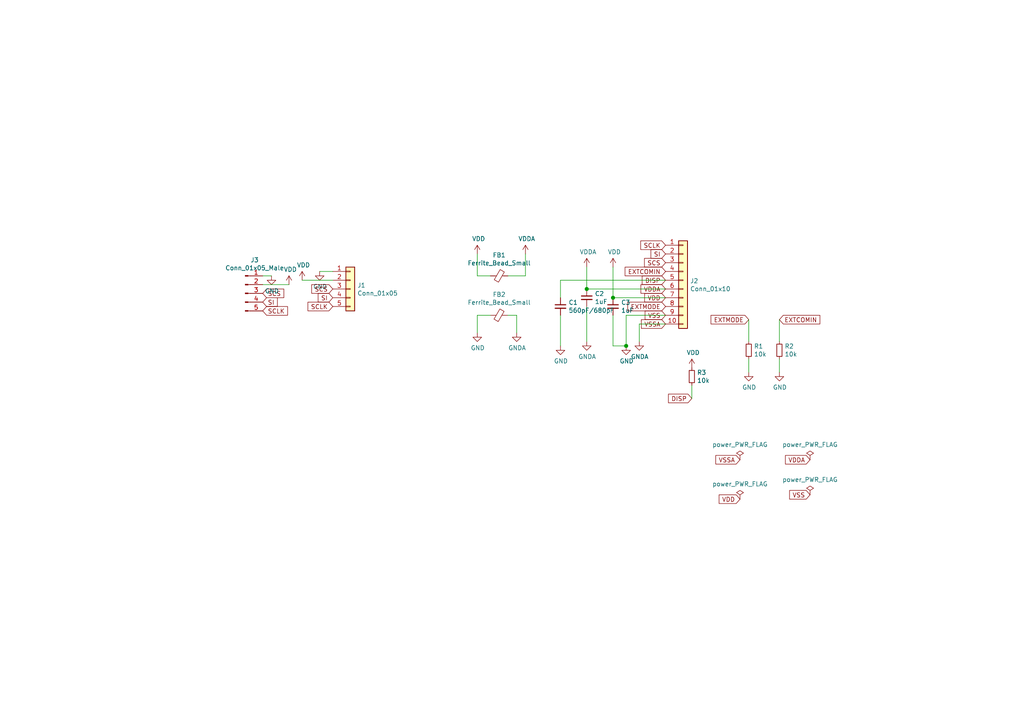
<source format=kicad_sch>
(kicad_sch (version 20211123) (generator eeschema)
  (paper "A4")
  (lib_symbols
    (symbol "Connector:Conn_01x05_Male" (pin_names (offset 1.016) hide)
      (property "Reference" "J" (at 0 7.62 0))
      (property "Value" "Conn_01x05_Male" (at 0 -7.62 0))
      (symbol "Conn_01x05_Male_1_1"
        (polyline (pts (xy 1.27 -5.08) (xy 0.8636 -5.08)) (stroke (width 0.1524)))
        (polyline (pts (xy 1.27 -2.54) (xy 0.8636 -2.54)) (stroke (width 0.1524)))
        (polyline (pts (xy 1.27 0) (xy 0.8636 0)) (stroke (width 0.1524)))
        (polyline (pts (xy 1.27 2.54) (xy 0.8636 2.54)) (stroke (width 0.1524)))
        (polyline (pts (xy 1.27 5.08) (xy 0.8636 5.08)) (stroke (width 0.1524)))
        (rectangle (start 0.8636 -4.953) (end 0 -5.207) (stroke (width 0.1524)) (fill (type outline)))
        (rectangle (start 0.8636 -2.413) (end 0 -2.667) (stroke (width 0.1524)) (fill (type outline)))
        (rectangle (start 0.8636 0.127) (end 0 -0.127) (stroke (width 0.1524)) (fill (type outline)))
        (rectangle (start 0.8636 2.667) (end 0 2.413) (stroke (width 0.1524)) (fill (type outline)))
        (rectangle (start 0.8636 5.207) (end 0 4.953) (stroke (width 0.1524)) (fill (type outline)))
        (pin passive line (at 5.08 5.08 180) (length 3.81) (name "Pin_1") (number "1"))
        (pin passive line (at 5.08 2.54 180) (length 3.81) (name "Pin_2") (number "2"))
        (pin passive line (at 5.08 0 180) (length 3.81) (name "Pin_3") (number "3"))
        (pin passive line (at 5.08 -2.54 180) (length 3.81) (name "Pin_4") (number "4"))
        (pin passive line (at 5.08 -5.08 180) (length 3.81) (name "Pin_5") (number "5"))
      )
    )
    (symbol "Connector_Generic:Conn_01x05" (pin_names (offset 1.016) hide)
      (property "Reference" "J" (at 0 7.62 0))
      (property "Value" "Conn_01x05" (at 0 -7.62 0))
      (symbol "Conn_01x05_1_1"
        (rectangle (start -1.27 -4.953) (end 0 -5.207) (stroke (width 0.1524)))
        (rectangle (start -1.27 -2.413) (end 0 -2.667) (stroke (width 0.1524)))
        (rectangle (start -1.27 0.127) (end 0 -0.127) (stroke (width 0.1524)))
        (rectangle (start -1.27 2.667) (end 0 2.413) (stroke (width 0.1524)))
        (rectangle (start -1.27 5.207) (end 0 4.953) (stroke (width 0.1524)))
        (rectangle (start -1.27 6.35) (end 1.27 -6.35) (stroke (width 0.254)) (fill (type background)))
        (pin passive line (at -5.08 5.08 0) (length 3.81) (name "Pin_1") (number "1"))
        (pin passive line (at -5.08 2.54 0) (length 3.81) (name "Pin_2") (number "2"))
        (pin passive line (at -5.08 0 0) (length 3.81) (name "Pin_3") (number "3"))
        (pin passive line (at -5.08 -2.54 0) (length 3.81) (name "Pin_4") (number "4"))
        (pin passive line (at -5.08 -5.08 0) (length 3.81) (name "Pin_5") (number "5"))
      )
    )
    (symbol "Connector_Generic:Conn_01x10" (pin_names (offset 1.016) hide)
      (property "Reference" "J" (at 0 12.7 0))
      (property "Value" "Conn_01x10" (at 0 -15.24 0))
      (symbol "Conn_01x10_1_1"
        (rectangle (start -1.27 -12.573) (end 0 -12.827) (stroke (width 0.1524)))
        (rectangle (start -1.27 -10.033) (end 0 -10.287) (stroke (width 0.1524)))
        (rectangle (start -1.27 -7.493) (end 0 -7.747) (stroke (width 0.1524)))
        (rectangle (start -1.27 -4.953) (end 0 -5.207) (stroke (width 0.1524)))
        (rectangle (start -1.27 -2.413) (end 0 -2.667) (stroke (width 0.1524)))
        (rectangle (start -1.27 0.127) (end 0 -0.127) (stroke (width 0.1524)))
        (rectangle (start -1.27 2.667) (end 0 2.413) (stroke (width 0.1524)))
        (rectangle (start -1.27 5.207) (end 0 4.953) (stroke (width 0.1524)))
        (rectangle (start -1.27 7.747) (end 0 7.493) (stroke (width 0.1524)))
        (rectangle (start -1.27 10.287) (end 0 10.033) (stroke (width 0.1524)))
        (rectangle (start -1.27 11.43) (end 1.27 -13.97) (stroke (width 0.254)) (fill (type background)))
        (pin passive line (at -5.08 10.16 0) (length 3.81) (name "Pin_1") (number "1"))
        (pin passive line (at -5.08 -12.7 0) (length 3.81) (name "Pin_10") (number "10"))
        (pin passive line (at -5.08 7.62 0) (length 3.81) (name "Pin_2") (number "2"))
        (pin passive line (at -5.08 5.08 0) (length 3.81) (name "Pin_3") (number "3"))
        (pin passive line (at -5.08 2.54 0) (length 3.81) (name "Pin_4") (number "4"))
        (pin passive line (at -5.08 0 0) (length 3.81) (name "Pin_5") (number "5"))
        (pin passive line (at -5.08 -2.54 0) (length 3.81) (name "Pin_6") (number "6"))
        (pin passive line (at -5.08 -5.08 0) (length 3.81) (name "Pin_7") (number "7"))
        (pin passive line (at -5.08 -7.62 0) (length 3.81) (name "Pin_8") (number "8"))
        (pin passive line (at -5.08 -10.16 0) (length 3.81) (name "Pin_9") (number "9"))
      )
    )
    (symbol "Device:C_Small" (pin_numbers hide) (pin_names (offset 0.254) hide)
      (property "Reference" "C" (at 0.254 1.778 0))
      (property "Value" "C_Small" (at 0.254 -2.032 0))
      (symbol "C_Small_0_1"
        (polyline (pts (xy -1.524 -0.508) (xy 1.524 -0.508)) (stroke (width 0.3302)))
        (polyline (pts (xy -1.524 0.508) (xy 1.524 0.508)) (stroke (width 0.3048)))
      )
      (symbol "C_Small_1_1"
        (pin passive line (at 0 2.54 270) (length 2.032) (name "~") (number "1"))
        (pin passive line (at 0 -2.54 90) (length 2.032) (name "~") (number "2"))
      )
    )
    (symbol "Device:R_Small" (pin_numbers hide) (pin_names (offset 0.254) hide)
      (property "Reference" "R" (at 0.762 0.508 0))
      (property "Value" "R_Small" (at 0.762 -1.016 0))
      (symbol "R_Small_0_1"
        (rectangle (start -0.762 1.778) (end 0.762 -1.778) (stroke (width 0.2032)))
      )
      (symbol "R_Small_1_1"
        (pin passive line (at 0 2.54 270) (length 0.762) (name "~") (number "1"))
        (pin passive line (at 0 -2.54 90) (length 0.762) (name "~") (number "2"))
      )
    )
    (symbol "power:GND" (power) (pin_names (offset 0))
      (property "Value" "GND" (at 0 -3.81 0))
      (symbol "GND_0_1"
        (polyline (pts (xy 0 0) (xy 0 -1.27) (xy 1.27 -1.27) (xy 0 -2.54) (xy -1.27 -1.27) (xy 0 -1.27)))
      )
      (symbol "GND_1_1"
        (pin power_in line (at 0 0 270) (length 0) hide (name "GND") (number "1"))
      )
    )
    (symbol "power:GNDA" (power) (pin_names (offset 0))
      (property "Value" "GNDA" (at 0 -3.81 0))
      (symbol "GNDA_0_1"
        (polyline (pts (xy 0 0) (xy 0 -1.27) (xy 1.27 -1.27) (xy 0 -2.54) (xy -1.27 -1.27) (xy 0 -1.27)))
      )
      (symbol "GNDA_1_1"
        (pin power_in line (at 0 0 270) (length 0) hide (name "GNDA") (number "1"))
      )
    )
    (symbol "power:VDD" (power) (pin_names (offset 0))
      (property "Value" "VDD" (at 0 3.81 0))
      (symbol "VDD_0_1"
        (polyline (pts (xy -0.762 1.27) (xy 0 2.54)))
        (polyline (pts (xy 0 0) (xy 0 2.54)))
        (polyline (pts (xy 0 2.54) (xy 0.762 1.27)))
      )
      (symbol "VDD_1_1"
        (pin power_in line (at 0 0 90) (length 0) hide (name "VDD") (number "1"))
      )
    )
    (symbol "power:VDDA" (power) (pin_names (offset 0))
      (property "Value" "VDDA" (at 0 3.81 0))
      (symbol "VDDA_0_1"
        (polyline (pts (xy -0.762 1.27) (xy 0 2.54)))
        (polyline (pts (xy 0 0) (xy 0 2.54)))
        (polyline (pts (xy 0 2.54) (xy 0.762 1.27)))
      )
      (symbol "VDDA_1_1"
        (pin power_in line (at 0 0 90) (length 0) hide (name "VDDA") (number "1"))
      )
    )
    (symbol "sharp_memory_display-rescue:Ferrite_Bead_Small-Device" (pin_numbers hide) (pin_names (offset 0))
      (property "Reference" "FB" (at 1.905 1.27 0))
      (property "Value" "Ferrite_Bead_Small-Device" (at 1.905 -1.27 0))
      (symbol "Ferrite_Bead_Small-Device_0_1"
        (polyline (pts (xy 0 -1.27) (xy 0 -0.7874)))
        (polyline (pts (xy 0 0.889) (xy 0 1.2954)))
        (polyline (pts (xy -1.8288 0.2794) (xy -1.1176 1.4986) (xy 1.8288 -0.2032) (xy 1.1176 -1.4224) (xy -1.8288 0.2794)))
      )
      (symbol "Ferrite_Bead_Small-Device_1_1"
        (pin passive line (at 0 2.54 270) (length 1.27) (name "~") (number "1"))
        (pin passive line (at 0 -2.54 90) (length 1.27) (name "~") (number "2"))
      )
    )
    (symbol "sharp_memory_display-rescue:power_PWR_FLAG-nrfmicro-cache" (power) (pin_numbers hide) (pin_names (offset 0) hide)
      (property "Value" "power_PWR_FLAG-nrfmicro-cache" (at 0 3.81 0))
      (symbol "power_PWR_FLAG-nrfmicro-cache_0_0"
        (pin power_out line (at 0 0 90) (length 0) (name "pwr") (number "1"))
      )
      (symbol "power_PWR_FLAG-nrfmicro-cache_0_1"
        (polyline (pts (xy 0 0) (xy 0 1.27) (xy -1.016 1.905) (xy 0 2.54) (xy 1.016 1.905) (xy 0 1.27)))
      )
    )
  )
  (junction (at 181.61 100.33) (diameter 1.016))
  (junction (at 177.8 86.36) (diameter 1.016))
  (junction (at 170.18 83.82) (diameter 1.016))
  (wire (pts (xy 177.8 100.33) (xy 181.61 100.33)))
  (wire (pts (xy 193.04 91.44) (xy 181.61 91.44)))
  (wire (pts (xy 185.42 99.06) (xy 185.42 93.98)))
  (wire (pts (xy 162.56 91.44) (xy 162.56 100.33)))
  (wire (pts (xy 76.2 80.01) (xy 78.74 80.01)))
  (wire (pts (xy 147.32 80.01) (xy 152.4 80.01)))
  (wire (pts (xy 96.52 78.74) (xy 92.71 78.74)))
  (wire (pts (xy 200.66 111.76) (xy 200.66 115.57)))
  (wire (pts (xy 170.18 77.47) (xy 170.18 83.82)))
  (wire (pts (xy 193.04 81.28) (xy 162.56 81.28)))
  (wire (pts (xy 152.4 80.01) (xy 152.4 73.66)))
  (wire (pts (xy 193.04 86.36) (xy 177.8 86.36)))
  (wire (pts (xy 76.2 82.55) (xy 83.82 82.55)))
  (wire (pts (xy 217.17 92.71) (xy 217.17 99.06)))
  (wire (pts (xy 142.24 91.44) (xy 138.43 91.44)))
  (wire (pts (xy 147.32 91.44) (xy 149.86 91.44)))
  (wire (pts (xy 142.24 80.01) (xy 138.43 80.01)))
  (wire (pts (xy 149.86 91.44) (xy 149.86 96.52)))
  (wire (pts (xy 177.8 77.47) (xy 177.8 86.36)))
  (wire (pts (xy 193.04 83.82) (xy 170.18 83.82)))
  (wire (pts (xy 185.42 93.98) (xy 193.04 93.98)))
  (wire (pts (xy 181.61 91.44) (xy 181.61 100.33)))
  (wire (pts (xy 226.06 104.14) (xy 226.06 107.95)))
  (wire (pts (xy 170.18 88.9) (xy 170.18 99.06)))
  (wire (pts (xy 217.17 104.14) (xy 217.17 107.95)))
  (wire (pts (xy 162.56 81.28) (xy 162.56 86.36)))
  (wire (pts (xy 138.43 91.44) (xy 138.43 96.52)))
  (wire (pts (xy 226.06 92.71) (xy 226.06 99.06)))
  (wire (pts (xy 96.52 81.28) (xy 87.63 81.28)))
  (wire (pts (xy 138.43 80.01) (xy 138.43 73.66)))
  (wire (pts (xy 177.8 91.44) (xy 177.8 100.33)))
  (global_label "SI" (shape input) (at 96.52 86.36 180) (property "Intersheet References" "${INTERSHEET_REFS}" (effects hide)))
  (global_label "VSS" (shape input) (at 193.04 91.44 180) (property "Intersheet References" "${INTERSHEET_REFS}" (effects hide)))
  (global_label "DISP" (shape input) (at 200.66 115.57 180) (property "Intersheet References" "${INTERSHEET_REFS}" (effects hide)))
  (global_label "VDD" (shape input) (at 214.63 144.78 180) (property "Intersheet References" "${INTERSHEET_REFS}" (effects hide)))
  (global_label "VDD" (shape input) (at 193.04 86.36 180) (property "Intersheet References" "${INTERSHEET_REFS}" (effects hide)))
  (global_label "VSSA" (shape input) (at 193.04 93.98 180) (property "Intersheet References" "${INTERSHEET_REFS}" (effects hide)))
  (global_label "VSSA" (shape input) (at 214.63 133.35 180) (property "Intersheet References" "${INTERSHEET_REFS}" (effects hide)))
  (global_label "VDDA" (shape input) (at 234.95 133.35 180) (property "Intersheet References" "${INTERSHEET_REFS}" (effects hide)))
  (global_label "EXTMODE" (shape input) (at 193.04 88.9 180) (property "Intersheet References" "${INTERSHEET_REFS}" (effects hide)))
  (global_label "SCS" (shape input) (at 76.2 85.09 0) (property "Intersheet References" "${INTERSHEET_REFS}" (effects hide)))
  (global_label "EXTCOMIN" (shape input) (at 226.06 92.71 0) (property "Intersheet References" "${INTERSHEET_REFS}" (effects hide)))
  (global_label "VSS" (shape input) (at 234.95 143.51 180) (property "Intersheet References" "${INTERSHEET_REFS}" (effects hide)))
  (global_label "SCLK" (shape input) (at 193.04 71.12 180) (property "Intersheet References" "${INTERSHEET_REFS}" (effects hide)))
  (global_label "SI" (shape input) (at 193.04 73.66 180) (property "Intersheet References" "${INTERSHEET_REFS}" (effects hide)))
  (global_label "EXTCOMIN" (shape input) (at 193.04 78.74 180) (property "Intersheet References" "${INTERSHEET_REFS}" (effects hide)))
  (global_label "SCLK" (shape input) (at 96.52 88.9 180) (property "Intersheet References" "${INTERSHEET_REFS}" (effects hide)))
  (global_label "SI" (shape input) (at 76.2 87.63 0) (property "Intersheet References" "${INTERSHEET_REFS}" (effects hide)))
  (global_label "SCLK" (shape input) (at 76.2 90.17 0) (property "Intersheet References" "${INTERSHEET_REFS}" (effects hide)))
  (global_label "SCS" (shape input) (at 96.52 83.82 180) (property "Intersheet References" "${INTERSHEET_REFS}" (effects hide)))
  (global_label "DISP" (shape input) (at 193.04 81.28 180) (property "Intersheet References" "${INTERSHEET_REFS}" (effects hide)))
  (global_label "EXTMODE" (shape input) (at 217.17 92.71 180) (property "Intersheet References" "${INTERSHEET_REFS}" (effects hide)))
  (global_label "VDDA" (shape input) (at 193.04 83.82 180) (property "Intersheet References" "${INTERSHEET_REFS}" (effects hide)))
  (global_label "SCS" (shape input) (at 193.04 76.2 180) (property "Intersheet References" "${INTERSHEET_REFS}" (effects hide)))
  (symbol (lib_id "sharp_memory_display-rescue:Ferrite_Bead_Small-Device") (at 144.78 91.44 90) (unit 1)
    (property "Reference" "FB2" (at 144.78 85.4202 90))
    (property "Value" "Ferrite_Bead_Small" (at 144.78 87.7316 90))
    (property "Footprint" "Resistor_SMD:R_0805_2012Metric_Pad1.20x1.40mm_HandSolder" (effects hide))
    (property "LCSC" "C1017" (effects hide))
  )
  (symbol (lib_id "Connector_Generic:Conn_01x05") (at 101.6 83.82 0) (unit 1)
    (property "Reference" "J1" (at 103.632 82.7532 0) (effects (justify left)))
    (property "Value" "Conn_01x05" (at 103.632 85.0646 0) (effects (justify left)))
    (property "Footprint" "Connector_PinSocket_2.54mm:PinSocket_1x05_P2.54mm_Vertical" (effects hide))
  )
  (symbol (lib_id "sharp_memory_display-rescue:Ferrite_Bead_Small-Device") (at 144.78 80.01 270) (unit 1)
    (property "Reference" "FB1" (at 144.78 73.9902 90))
    (property "Value" "Ferrite_Bead_Small" (at 144.78 76.3016 90))
    (property "Footprint" "Resistor_SMD:R_0805_2012Metric_Pad1.20x1.40mm_HandSolder" (effects hide))
    (property "LCSC" "C1017" (effects hide))
  )
  (symbol (lib_id "Connector_Generic:Conn_01x10") (at 198.12 81.28 0) (unit 1)
    (property "Reference" "J2" (at 200.152 81.4832 0) (effects (justify left)))
    (property "Value" "Conn_01x10" (at 200.152 83.7946 0) (effects (justify left)))
    (property "Footprint" "Connector_FFC-FPC:Hirose_FH12-10S-0.5SH_1x10-1MP_P0.50mm_Horizontal" (effects hide))
    (property "LCSC" "C506791" (effects hide))
  )
  (symbol (lib_id "power:GND") (at 181.61 100.33 0) (unit 1)
    (property "Reference" "#PWR0101" (effects hide))
    (property "Value" "GND" (at 181.737 104.7242 0))
  )
  (symbol (lib_id "power:GNDA") (at 185.42 99.06 0) (unit 1)
    (property "Reference" "#PWR0102" (effects hide))
    (property "Value" "GNDA" (at 185.547 103.4542 0))
  )
  (symbol (lib_id "Device:C_Small") (at 177.8 88.9 0) (unit 1)
    (property "Reference" "C3" (at 180.1368 87.7316 0) (effects (justify left)))
    (property "Value" "1uF " (at 180.1368 90.043 0) (effects (justify left)))
    (property "Footprint" "Capacitor_SMD:C_0603_1608Metric_Pad1.08x0.95mm_HandSolder" (effects hide))
    (property "LCSC" "C15849" (effects hide))
  )
  (symbol (lib_id "power:GNDA") (at 170.18 99.06 0) (unit 1)
    (property "Reference" "#PWR0103" (effects hide))
    (property "Value" "GNDA" (at 170.307 103.4542 0))
  )
  (symbol (lib_id "Device:C_Small") (at 170.18 86.36 0) (unit 1)
    (property "Reference" "C2" (at 172.5168 85.1916 0) (effects (justify left)))
    (property "Value" "1uF" (at 172.5168 87.503 0) (effects (justify left)))
    (property "Footprint" "Capacitor_SMD:C_0603_1608Metric_Pad1.08x0.95mm_HandSolder" (effects hide))
    (property "LCSC" "C15849" (effects hide))
  )
  (symbol (lib_id "power:GND") (at 162.56 100.33 0) (unit 1)
    (property "Reference" "#PWR0104" (effects hide))
    (property "Value" "GND" (at 162.687 104.7242 0))
  )
  (symbol (lib_id "Device:C_Small") (at 162.56 88.9 0) (unit 1)
    (property "Reference" "C1" (at 164.8968 87.7316 0) (effects (justify left)))
    (property "Value" "560pF/680pF" (at 164.8968 90.043 0) (effects (justify left)))
    (property "Footprint" "Capacitor_SMD:C_0603_1608Metric_Pad1.08x0.95mm_HandSolder" (effects hide))
    (property "LCSC" "C84721" (effects hide))
  )
  (symbol (lib_id "power:VDDA") (at 170.18 77.47 0) (unit 1)
    (property "Reference" "#PWR0105" (effects hide))
    (property "Value" "VDDA" (at 170.561 73.0758 0))
  )
  (symbol (lib_id "power:VDD") (at 177.8 77.47 0) (unit 1)
    (property "Reference" "#PWR0106" (effects hide))
    (property "Value" "VDD" (at 178.181 73.0758 0))
  )
  (symbol (lib_id "power:GND") (at 138.43 96.52 0) (unit 1)
    (property "Reference" "#PWR0107" (effects hide))
    (property "Value" "GND" (at 138.557 100.9142 0))
  )
  (symbol (lib_id "power:GNDA") (at 149.86 96.52 0) (unit 1)
    (property "Reference" "#PWR0108" (effects hide))
    (property "Value" "GNDA" (at 149.987 100.9142 0))
  )
  (symbol (lib_id "power:VDDA") (at 152.4 73.66 0) (unit 1)
    (property "Reference" "#PWR0109" (effects hide))
    (property "Value" "VDDA" (at 152.781 69.2658 0))
  )
  (symbol (lib_id "power:VDD") (at 138.43 73.66 0) (unit 1)
    (property "Reference" "#PWR0110" (effects hide))
    (property "Value" "VDD" (at 138.811 69.2658 0))
  )
  (symbol (lib_id "power:GND") (at 217.17 107.95 0) (unit 1)
    (property "Reference" "#PWR0111" (effects hide))
    (property "Value" "GND" (at 217.297 112.3442 0))
  )
  (symbol (lib_id "power:GND") (at 226.06 107.95 0) (unit 1)
    (property "Reference" "#PWR0112" (effects hide))
    (property "Value" "GND" (at 226.187 112.3442 0))
  )
  (symbol (lib_id "Device:R_Small") (at 217.17 101.6 0) (unit 1)
    (property "Reference" "R1" (at 218.6686 100.4316 0) (effects (justify left)))
    (property "Value" "10k" (at 218.6686 102.743 0) (effects (justify left)))
    (property "Footprint" "Resistor_SMD:R_0603_1608Metric_Pad0.98x0.95mm_HandSolder" (effects hide))
    (property "LCSC" "C25804" (effects hide))
  )
  (symbol (lib_id "Device:R_Small") (at 226.06 101.6 0) (unit 1)
    (property "Reference" "R2" (at 227.5586 100.4316 0) (effects (justify left)))
    (property "Value" "10k" (at 227.5586 102.743 0) (effects (justify left)))
    (property "Footprint" "Resistor_SMD:R_0603_1608Metric_Pad0.98x0.95mm_HandSolder" (effects hide))
    (property "LCSC" "C25804" (effects hide))
  )
  (symbol (lib_id "power:GND") (at 92.71 78.74 0) (unit 1)
    (property "Reference" "#PWR0113" (effects hide))
    (property "Value" "GND" (at 92.837 83.1342 0))
  )
  (symbol (lib_id "power:VDD") (at 87.63 81.28 0) (unit 1)
    (property "Reference" "#PWR0114" (effects hide))
    (property "Value" "VDD" (at 88.011 76.8858 0))
  )
  (symbol (lib_id "sharp_memory_display-rescue:power_PWR_FLAG-nrfmicro-cache") (at 214.63 133.35 0) (unit 1)
    (property "Reference" "#FLG0101" (effects hide))
    (property "Value" "power_PWR_FLAG" (at 214.63 128.9558 0))
  )
  (symbol (lib_id "sharp_memory_display-rescue:power_PWR_FLAG-nrfmicro-cache") (at 234.95 133.35 0) (unit 1)
    (property "Reference" "#FLG0102" (effects hide))
    (property "Value" "power_PWR_FLAG" (at 234.95 128.9558 0))
  )
  (symbol (lib_id "sharp_memory_display-rescue:power_PWR_FLAG-nrfmicro-cache") (at 214.63 144.78 0) (unit 1)
    (property "Reference" "#FLG0103" (effects hide))
    (property "Value" "power_PWR_FLAG" (at 214.63 140.3858 0))
  )
  (symbol (lib_id "sharp_memory_display-rescue:power_PWR_FLAG-nrfmicro-cache") (at 234.95 143.51 0) (unit 1)
    (property "Reference" "#FLG0104" (effects hide))
    (property "Value" "power_PWR_FLAG" (at 234.95 139.1158 0))
  )
  (symbol (lib_id "Connector:Conn_01x05_Male") (at 71.12 85.09 0) (unit 1)
    (property "Reference" "J3" (at 73.8632 75.4126 0))
    (property "Value" "Conn_01x05_Male" (at 73.8632 77.724 0))
    (property "Footprint" "Connector_JST:JST_SH_SM05B-SRSS-TB_1x05-1MP_P1.00mm_Horizontal" (effects hide))
  )
  (symbol (lib_id "power:VDD") (at 83.82 82.55 0) (unit 1)
    (property "Reference" "#PWR0115" (effects hide))
    (property "Value" "VDD" (at 84.201 78.1558 0))
  )
  (symbol (lib_id "power:GND") (at 78.74 80.01 0) (unit 1)
    (property "Reference" "#PWR0116" (effects hide))
    (property "Value" "GND" (at 78.867 84.4042 0))
  )
  (symbol (lib_id "power:VDD") (at 200.66 106.68 0) (unit 1)
    (property "Reference" "#PWR0117" (effects hide))
    (property "Value" "VDD" (at 201.041 102.2858 0))
  )
  (symbol (lib_id "Device:R_Small") (at 200.66 109.22 0) (unit 1)
    (property "Reference" "R3" (at 202.1586 108.0516 0) (effects (justify left)))
    (property "Value" "10k" (at 202.1586 110.363 0) (effects (justify left)))
    (property "Footprint" "Resistor_SMD:R_0603_1608Metric_Pad0.98x0.95mm_HandSolder" (effects hide))
    (property "LCSC" "C25804" (effects hide))
  )
)
</source>
